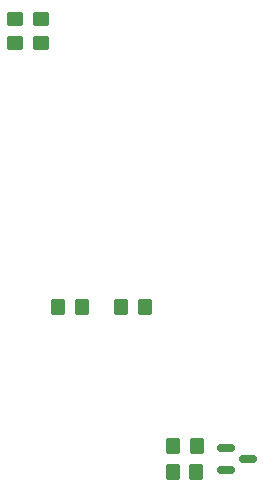
<source format=gbr>
G04 #@! TF.GenerationSoftware,KiCad,Pcbnew,8.0.0*
G04 #@! TF.CreationDate,2024-09-16T09:54:47+02:00*
G04 #@! TF.ProjectId,SVXLink_PiHat_V1,5356584c-696e-46b5-9f50-694861745f56,rev?*
G04 #@! TF.SameCoordinates,Original*
G04 #@! TF.FileFunction,Paste,Top*
G04 #@! TF.FilePolarity,Positive*
%FSLAX46Y46*%
G04 Gerber Fmt 4.6, Leading zero omitted, Abs format (unit mm)*
G04 Created by KiCad (PCBNEW 8.0.0) date 2024-09-16 09:54:47*
%MOMM*%
%LPD*%
G01*
G04 APERTURE LIST*
G04 Aperture macros list*
%AMRoundRect*
0 Rectangle with rounded corners*
0 $1 Rounding radius*
0 $2 $3 $4 $5 $6 $7 $8 $9 X,Y pos of 4 corners*
0 Add a 4 corners polygon primitive as box body*
4,1,4,$2,$3,$4,$5,$6,$7,$8,$9,$2,$3,0*
0 Add four circle primitives for the rounded corners*
1,1,$1+$1,$2,$3*
1,1,$1+$1,$4,$5*
1,1,$1+$1,$6,$7*
1,1,$1+$1,$8,$9*
0 Add four rect primitives between the rounded corners*
20,1,$1+$1,$2,$3,$4,$5,0*
20,1,$1+$1,$4,$5,$6,$7,0*
20,1,$1+$1,$6,$7,$8,$9,0*
20,1,$1+$1,$8,$9,$2,$3,0*%
G04 Aperture macros list end*
%ADD10RoundRect,0.250000X-0.350000X-0.450000X0.350000X-0.450000X0.350000X0.450000X-0.350000X0.450000X0*%
%ADD11RoundRect,0.150000X-0.587500X-0.150000X0.587500X-0.150000X0.587500X0.150000X-0.587500X0.150000X0*%
%ADD12RoundRect,0.250000X0.450000X-0.350000X0.450000X0.350000X-0.450000X0.350000X-0.450000X-0.350000X0*%
%ADD13RoundRect,0.250000X0.350000X0.450000X-0.350000X0.450000X-0.350000X-0.450000X0.350000X-0.450000X0*%
G04 APERTURE END LIST*
D10*
X107710000Y-90640000D03*
X109710000Y-90640000D03*
D11*
X121945000Y-102590000D03*
X121945000Y-104490000D03*
X123820000Y-103540000D03*
D10*
X117450000Y-102440000D03*
X119450000Y-102440000D03*
D12*
X106300000Y-68296000D03*
X106300000Y-66296000D03*
D13*
X115080000Y-90630000D03*
X113080000Y-90630000D03*
D12*
X104030000Y-68286000D03*
X104030000Y-66286000D03*
D13*
X119430000Y-104640000D03*
X117430000Y-104640000D03*
M02*

</source>
